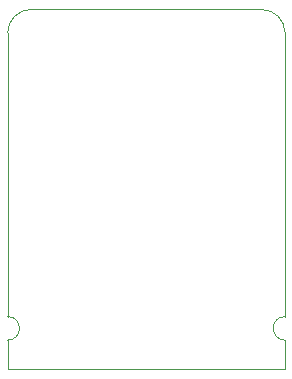
<source format=gbr>
G04 #@! TF.GenerationSoftware,KiCad,Pcbnew,6.0.10+dfsg-1~bpo11+1*
G04 #@! TF.ProjectId,project,70726f6a-6563-4742-9e6b-696361645f70,rev?*
G04 #@! TF.SameCoordinates,Original*
G04 #@! TF.FileFunction,Paste,Bot*
G04 #@! TF.FilePolarity,Positive*
%FSLAX46Y46*%
G04 Gerber Fmt 4.6, Leading zero omitted, Abs format (unit mm)*
%MOMM*%
%LPD*%
G01*
G04 APERTURE LIST*
G04 #@! TA.AperFunction,Profile*
%ADD10C,0.100000*%
G04 #@! TD*
G04 APERTURE END LIST*
D10*
X122250000Y-126475000D02*
X101150000Y-126475000D01*
X123500000Y-98000000D02*
X123500000Y-122000000D01*
X100000000Y-98000000D02*
X100000000Y-122000000D01*
X123500000Y-98000000D02*
G75*
G03*
X121500000Y-96000000I-2000000J0D01*
G01*
X123500000Y-122000000D02*
G75*
G03*
X123500000Y-124000000I0J-1000000D01*
G01*
X123500000Y-124000000D02*
X123500000Y-126475000D01*
X122250000Y-126475000D02*
X123500000Y-126475000D01*
X100000000Y-124000000D02*
X100000000Y-126475000D01*
X102000000Y-96000000D02*
X121500000Y-96000000D01*
X101150000Y-126475000D02*
X100000000Y-126475000D01*
X100000000Y-124000000D02*
G75*
G03*
X100000000Y-122000000I0J1000000D01*
G01*
X102000000Y-96000000D02*
G75*
G03*
X100000000Y-98000000I0J-2000000D01*
G01*
M02*

</source>
